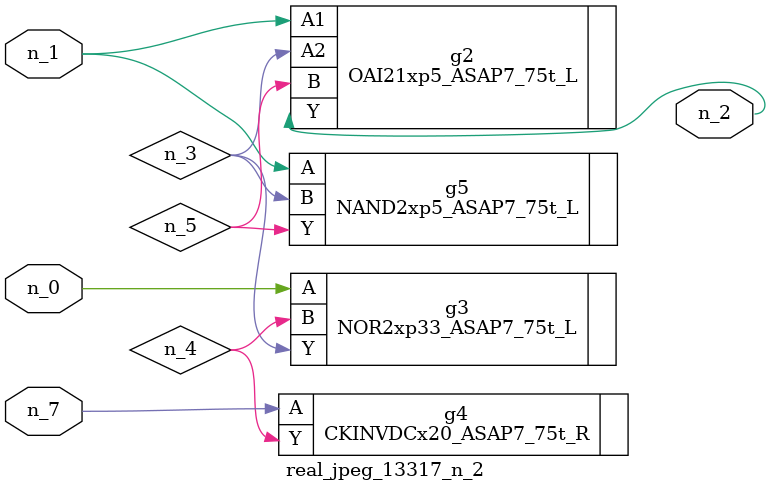
<source format=v>
module real_jpeg_13317_n_2 (n_1, n_0, n_7, n_2);

input n_1;
input n_0;
input n_7;

output n_2;

wire n_5;
wire n_4;
wire n_3;

NOR2xp33_ASAP7_75t_L g3 ( 
.A(n_0),
.B(n_4),
.Y(n_3)
);

OAI21xp5_ASAP7_75t_L g2 ( 
.A1(n_1),
.A2(n_3),
.B(n_5),
.Y(n_2)
);

NAND2xp5_ASAP7_75t_L g5 ( 
.A(n_1),
.B(n_3),
.Y(n_5)
);

CKINVDCx20_ASAP7_75t_R g4 ( 
.A(n_7),
.Y(n_4)
);


endmodule
</source>
